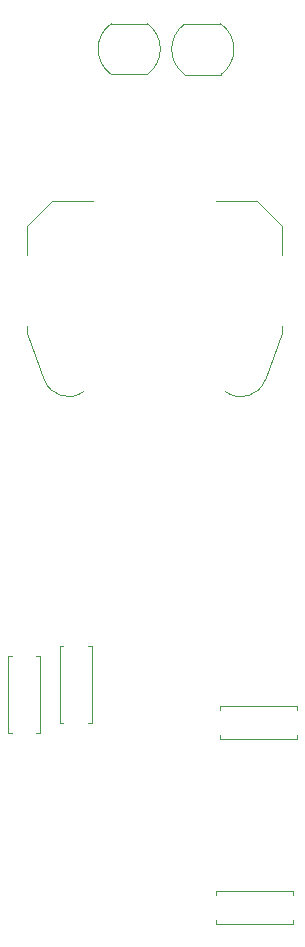
<source format=gbr>
%TF.GenerationSoftware,KiCad,Pcbnew,9.0.2*%
%TF.CreationDate,2025-07-03T20:52:15-07:00*%
%TF.ProjectId,solder,736f6c64-6572-42e6-9b69-6361645f7063,rev?*%
%TF.SameCoordinates,Original*%
%TF.FileFunction,Legend,Bot*%
%TF.FilePolarity,Positive*%
%FSLAX46Y46*%
G04 Gerber Fmt 4.6, Leading zero omitted, Abs format (unit mm)*
G04 Created by KiCad (PCBNEW 9.0.2) date 2025-07-03 20:52:15*
%MOMM*%
%LPD*%
G01*
G04 APERTURE LIST*
%ADD10C,0.120000*%
G04 APERTURE END LIST*
D10*
%TO.C,BT1*%
X127923829Y-72613649D02*
X127923829Y-75073649D01*
X127923829Y-81073649D02*
X127923829Y-81703649D01*
X127923829Y-81703649D02*
X129363829Y-85653649D01*
X130003829Y-70533649D02*
X127923829Y-72613649D01*
X130003829Y-70533649D02*
X133503829Y-70533649D01*
X143903829Y-70533649D02*
X147403829Y-70533649D01*
X147403829Y-70533649D02*
X149483829Y-72613649D01*
X149483829Y-72613649D02*
X149483829Y-75073649D01*
X149483829Y-81073649D02*
X149483829Y-81703649D01*
X149483829Y-81703649D02*
X148043829Y-85653649D01*
X132703829Y-86623649D02*
G75*
G02*
X129378586Y-85661818I-1310000J1700000D01*
G01*
X148043829Y-85653649D02*
G75*
G02*
X144707183Y-86640179I-2030000J730001D01*
G01*
%TO.C,R3*%
X143900000Y-128950000D02*
X150440000Y-128950000D01*
X143900000Y-129280000D02*
X143900000Y-128950000D01*
X143900000Y-131360000D02*
X143900000Y-131690000D01*
X143900000Y-131690000D02*
X150440000Y-131690000D01*
X150440000Y-128950000D02*
X150440000Y-129280000D01*
X150440000Y-131690000D02*
X150440000Y-131360000D01*
%TO.C,R2*%
X126280000Y-109000000D02*
X126280000Y-115540000D01*
X126280000Y-115540000D02*
X126610000Y-115540000D01*
X126610000Y-109000000D02*
X126280000Y-109000000D01*
X128690000Y-109000000D02*
X129020000Y-109000000D01*
X129020000Y-109000000D02*
X129020000Y-115540000D01*
X129020000Y-115540000D02*
X128690000Y-115540000D01*
%TO.C,R1*%
X130650000Y-108140000D02*
X130650000Y-114680000D01*
X130650000Y-114680000D02*
X130980000Y-114680000D01*
X130980000Y-108140000D02*
X130650000Y-108140000D01*
X133060000Y-108140000D02*
X133390000Y-108140000D01*
X133390000Y-108140000D02*
X133390000Y-114680000D01*
X133390000Y-114680000D02*
X133060000Y-114680000D01*
%TO.C,R4*%
X144220000Y-113290000D02*
X144220000Y-113620000D01*
X144220000Y-116030000D02*
X144220000Y-115700000D01*
X150760000Y-113290000D02*
X144220000Y-113290000D01*
X150760000Y-113620000D02*
X150760000Y-113290000D01*
X150760000Y-115700000D02*
X150760000Y-116030000D01*
X150760000Y-116030000D02*
X144220000Y-116030000D01*
%TO.C,R5*%
X144310000Y-55500000D02*
X141260000Y-55500000D01*
X144310000Y-59800000D02*
X141260000Y-59800000D01*
X141215487Y-59768249D02*
G75*
G02*
X141260000Y-55500000I1544513J2118249D01*
G01*
X144288234Y-55484475D02*
G75*
G02*
X144310000Y-59800000I-1528234J-2165525D01*
G01*
%TO.C,R6*%
X138080000Y-55480000D02*
X135030000Y-55480000D01*
X138080000Y-59780000D02*
X135030000Y-59780000D01*
X134985487Y-59748249D02*
G75*
G02*
X135030000Y-55480000I1544513J2118249D01*
G01*
X138058234Y-55464475D02*
G75*
G02*
X138080000Y-59780000I-1528234J-2165525D01*
G01*
%TD*%
M02*

</source>
